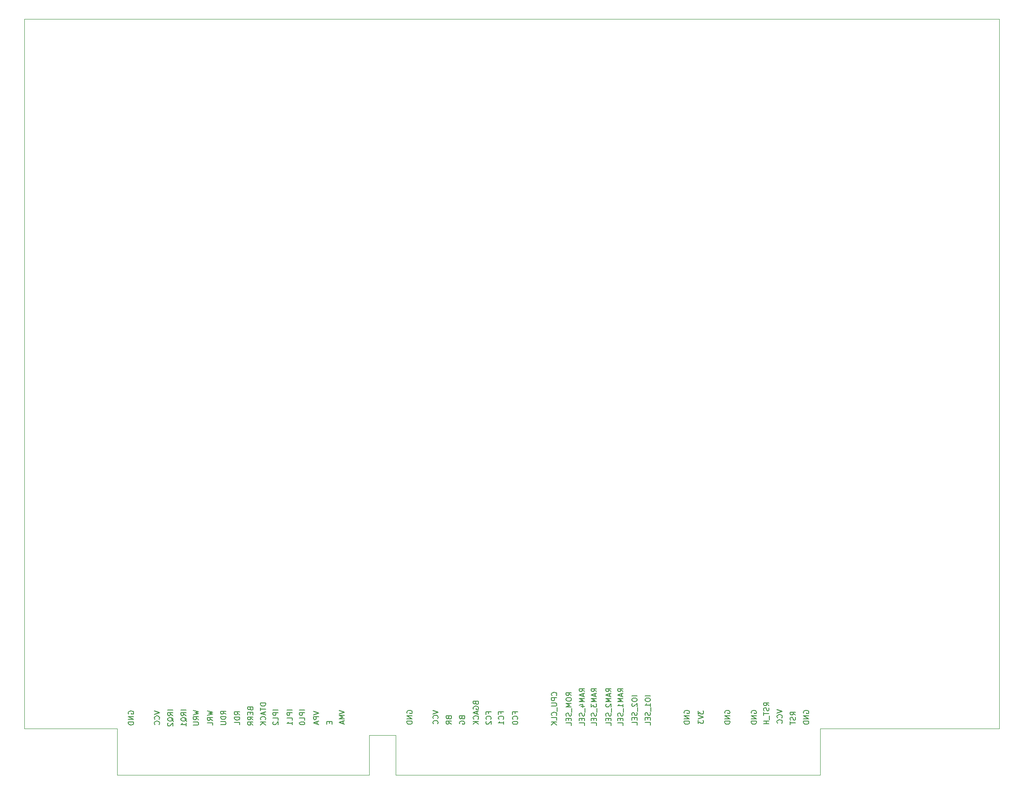
<source format=gbr>
%TF.GenerationSoftware,KiCad,Pcbnew,5.1.6-c6e7f7d~86~ubuntu18.04.1*%
%TF.CreationDate,2020-12-12T09:12:09+08:00*%
%TF.ProjectId,68k_dev,36386b5f-6465-4762-9e6b-696361645f70,rev?*%
%TF.SameCoordinates,Original*%
%TF.FileFunction,Legend,Bot*%
%TF.FilePolarity,Positive*%
%FSLAX46Y46*%
G04 Gerber Fmt 4.6, Leading zero omitted, Abs format (unit mm)*
G04 Created by KiCad (PCBNEW 5.1.6-c6e7f7d~86~ubuntu18.04.1) date 2020-12-12 09:12:09*
%MOMM*%
%LPD*%
G01*
G04 APERTURE LIST*
%ADD10C,0.150000*%
%TA.AperFunction,Profile*%
%ADD11C,0.050000*%
%TD*%
G04 APERTURE END LIST*
D10*
X159075380Y-145486619D02*
X158599190Y-145153285D01*
X159075380Y-144915190D02*
X158075380Y-144915190D01*
X158075380Y-145296142D01*
X158123000Y-145391380D01*
X158170619Y-145439000D01*
X158265857Y-145486619D01*
X158408714Y-145486619D01*
X158503952Y-145439000D01*
X158551571Y-145391380D01*
X158599190Y-145296142D01*
X158599190Y-144915190D01*
X159027761Y-145867571D02*
X159075380Y-146010428D01*
X159075380Y-146248523D01*
X159027761Y-146343761D01*
X158980142Y-146391380D01*
X158884904Y-146439000D01*
X158789666Y-146439000D01*
X158694428Y-146391380D01*
X158646809Y-146343761D01*
X158599190Y-146248523D01*
X158551571Y-146058047D01*
X158503952Y-145962809D01*
X158456333Y-145915190D01*
X158361095Y-145867571D01*
X158265857Y-145867571D01*
X158170619Y-145915190D01*
X158123000Y-145962809D01*
X158075380Y-146058047D01*
X158075380Y-146296142D01*
X158123000Y-146439000D01*
X158075380Y-146724714D02*
X158075380Y-147296142D01*
X159075380Y-147010428D02*
X158075380Y-147010428D01*
X159170619Y-147391380D02*
X159170619Y-148153285D01*
X159075380Y-148391380D02*
X158075380Y-148391380D01*
X158551571Y-148391380D02*
X158551571Y-148962809D01*
X159075380Y-148962809D02*
X158075380Y-148962809D01*
X160615380Y-146240666D02*
X161615380Y-146574000D01*
X160615380Y-146907333D01*
X161520142Y-147812095D02*
X161567761Y-147764476D01*
X161615380Y-147621619D01*
X161615380Y-147526380D01*
X161567761Y-147383523D01*
X161472523Y-147288285D01*
X161377285Y-147240666D01*
X161186809Y-147193047D01*
X161043952Y-147193047D01*
X160853476Y-147240666D01*
X160758238Y-147288285D01*
X160663000Y-147383523D01*
X160615380Y-147526380D01*
X160615380Y-147621619D01*
X160663000Y-147764476D01*
X160710619Y-147812095D01*
X161520142Y-148812095D02*
X161567761Y-148764476D01*
X161615380Y-148621619D01*
X161615380Y-148526380D01*
X161567761Y-148383523D01*
X161472523Y-148288285D01*
X161377285Y-148240666D01*
X161186809Y-148193047D01*
X161043952Y-148193047D01*
X160853476Y-148240666D01*
X160758238Y-148288285D01*
X160663000Y-148383523D01*
X160615380Y-148526380D01*
X160615380Y-148621619D01*
X160663000Y-148764476D01*
X160710619Y-148812095D01*
X164155380Y-147280380D02*
X163679190Y-146947047D01*
X164155380Y-146708952D02*
X163155380Y-146708952D01*
X163155380Y-147089904D01*
X163203000Y-147185142D01*
X163250619Y-147232761D01*
X163345857Y-147280380D01*
X163488714Y-147280380D01*
X163583952Y-147232761D01*
X163631571Y-147185142D01*
X163679190Y-147089904D01*
X163679190Y-146708952D01*
X164107761Y-147661333D02*
X164155380Y-147804190D01*
X164155380Y-148042285D01*
X164107761Y-148137523D01*
X164060142Y-148185142D01*
X163964904Y-148232761D01*
X163869666Y-148232761D01*
X163774428Y-148185142D01*
X163726809Y-148137523D01*
X163679190Y-148042285D01*
X163631571Y-147851809D01*
X163583952Y-147756571D01*
X163536333Y-147708952D01*
X163441095Y-147661333D01*
X163345857Y-147661333D01*
X163250619Y-147708952D01*
X163203000Y-147756571D01*
X163155380Y-147851809D01*
X163155380Y-148089904D01*
X163203000Y-148232761D01*
X163155380Y-148518476D02*
X163155380Y-149089904D01*
X164155380Y-148804190D02*
X163155380Y-148804190D01*
X165743000Y-146939095D02*
X165695380Y-146843857D01*
X165695380Y-146701000D01*
X165743000Y-146558142D01*
X165838238Y-146462904D01*
X165933476Y-146415285D01*
X166123952Y-146367666D01*
X166266809Y-146367666D01*
X166457285Y-146415285D01*
X166552523Y-146462904D01*
X166647761Y-146558142D01*
X166695380Y-146701000D01*
X166695380Y-146796238D01*
X166647761Y-146939095D01*
X166600142Y-146986714D01*
X166266809Y-146986714D01*
X166266809Y-146796238D01*
X166695380Y-147415285D02*
X165695380Y-147415285D01*
X166695380Y-147986714D01*
X165695380Y-147986714D01*
X166695380Y-148462904D02*
X165695380Y-148462904D01*
X165695380Y-148701000D01*
X165743000Y-148843857D01*
X165838238Y-148939095D01*
X165933476Y-148986714D01*
X166123952Y-149034333D01*
X166266809Y-149034333D01*
X166457285Y-148986714D01*
X166552523Y-148939095D01*
X166647761Y-148843857D01*
X166695380Y-148701000D01*
X166695380Y-148462904D01*
X155710000Y-146939095D02*
X155662380Y-146843857D01*
X155662380Y-146701000D01*
X155710000Y-146558142D01*
X155805238Y-146462904D01*
X155900476Y-146415285D01*
X156090952Y-146367666D01*
X156233809Y-146367666D01*
X156424285Y-146415285D01*
X156519523Y-146462904D01*
X156614761Y-146558142D01*
X156662380Y-146701000D01*
X156662380Y-146796238D01*
X156614761Y-146939095D01*
X156567142Y-146986714D01*
X156233809Y-146986714D01*
X156233809Y-146796238D01*
X156662380Y-147415285D02*
X155662380Y-147415285D01*
X156662380Y-147986714D01*
X155662380Y-147986714D01*
X156662380Y-148462904D02*
X155662380Y-148462904D01*
X155662380Y-148701000D01*
X155710000Y-148843857D01*
X155805238Y-148939095D01*
X155900476Y-148986714D01*
X156090952Y-149034333D01*
X156233809Y-149034333D01*
X156424285Y-148986714D01*
X156519523Y-148939095D01*
X156614761Y-148843857D01*
X156662380Y-148701000D01*
X156662380Y-148462904D01*
X150630000Y-146939095D02*
X150582380Y-146843857D01*
X150582380Y-146701000D01*
X150630000Y-146558142D01*
X150725238Y-146462904D01*
X150820476Y-146415285D01*
X151010952Y-146367666D01*
X151153809Y-146367666D01*
X151344285Y-146415285D01*
X151439523Y-146462904D01*
X151534761Y-146558142D01*
X151582380Y-146701000D01*
X151582380Y-146796238D01*
X151534761Y-146939095D01*
X151487142Y-146986714D01*
X151153809Y-146986714D01*
X151153809Y-146796238D01*
X151582380Y-147415285D02*
X150582380Y-147415285D01*
X151582380Y-147986714D01*
X150582380Y-147986714D01*
X151582380Y-148462904D02*
X150582380Y-148462904D01*
X150582380Y-148701000D01*
X150630000Y-148843857D01*
X150725238Y-148939095D01*
X150820476Y-148986714D01*
X151010952Y-149034333D01*
X151153809Y-149034333D01*
X151344285Y-148986714D01*
X151439523Y-148939095D01*
X151534761Y-148843857D01*
X151582380Y-148701000D01*
X151582380Y-148462904D01*
X145502380Y-146462904D02*
X145502380Y-147081952D01*
X145883333Y-146748619D01*
X145883333Y-146891476D01*
X145930952Y-146986714D01*
X145978571Y-147034333D01*
X146073809Y-147081952D01*
X146311904Y-147081952D01*
X146407142Y-147034333D01*
X146454761Y-146986714D01*
X146502380Y-146891476D01*
X146502380Y-146605761D01*
X146454761Y-146510523D01*
X146407142Y-146462904D01*
X145502380Y-147367666D02*
X146502380Y-147701000D01*
X145502380Y-148034333D01*
X145502380Y-148272428D02*
X145502380Y-148891476D01*
X145883333Y-148558142D01*
X145883333Y-148701000D01*
X145930952Y-148796238D01*
X145978571Y-148843857D01*
X146073809Y-148891476D01*
X146311904Y-148891476D01*
X146407142Y-148843857D01*
X146454761Y-148796238D01*
X146502380Y-148701000D01*
X146502380Y-148415285D01*
X146454761Y-148320047D01*
X146407142Y-148272428D01*
X142883000Y-146939095D02*
X142835380Y-146843857D01*
X142835380Y-146701000D01*
X142883000Y-146558142D01*
X142978238Y-146462904D01*
X143073476Y-146415285D01*
X143263952Y-146367666D01*
X143406809Y-146367666D01*
X143597285Y-146415285D01*
X143692523Y-146462904D01*
X143787761Y-146558142D01*
X143835380Y-146701000D01*
X143835380Y-146796238D01*
X143787761Y-146939095D01*
X143740142Y-146986714D01*
X143406809Y-146986714D01*
X143406809Y-146796238D01*
X143835380Y-147415285D02*
X142835380Y-147415285D01*
X143835380Y-147986714D01*
X142835380Y-147986714D01*
X143835380Y-148462904D02*
X142835380Y-148462904D01*
X142835380Y-148701000D01*
X142883000Y-148843857D01*
X142978238Y-148939095D01*
X143073476Y-148986714D01*
X143263952Y-149034333D01*
X143406809Y-149034333D01*
X143597285Y-148986714D01*
X143692523Y-148939095D01*
X143787761Y-148843857D01*
X143835380Y-148701000D01*
X143835380Y-148462904D01*
X136342380Y-143589714D02*
X135342380Y-143589714D01*
X135342380Y-144256380D02*
X135342380Y-144446857D01*
X135390000Y-144542095D01*
X135485238Y-144637333D01*
X135675714Y-144684952D01*
X136009047Y-144684952D01*
X136199523Y-144637333D01*
X136294761Y-144542095D01*
X136342380Y-144446857D01*
X136342380Y-144256380D01*
X136294761Y-144161142D01*
X136199523Y-144065904D01*
X136009047Y-144018285D01*
X135675714Y-144018285D01*
X135485238Y-144065904D01*
X135390000Y-144161142D01*
X135342380Y-144256380D01*
X136342380Y-145637333D02*
X136342380Y-145065904D01*
X136342380Y-145351619D02*
X135342380Y-145351619D01*
X135485238Y-145256380D01*
X135580476Y-145161142D01*
X135628095Y-145065904D01*
X136437619Y-145827809D02*
X136437619Y-146589714D01*
X136294761Y-146780190D02*
X136342380Y-146923047D01*
X136342380Y-147161142D01*
X136294761Y-147256380D01*
X136247142Y-147304000D01*
X136151904Y-147351619D01*
X136056666Y-147351619D01*
X135961428Y-147304000D01*
X135913809Y-147256380D01*
X135866190Y-147161142D01*
X135818571Y-146970666D01*
X135770952Y-146875428D01*
X135723333Y-146827809D01*
X135628095Y-146780190D01*
X135532857Y-146780190D01*
X135437619Y-146827809D01*
X135390000Y-146875428D01*
X135342380Y-146970666D01*
X135342380Y-147208761D01*
X135390000Y-147351619D01*
X135818571Y-147780190D02*
X135818571Y-148113523D01*
X136342380Y-148256380D02*
X136342380Y-147780190D01*
X135342380Y-147780190D01*
X135342380Y-148256380D01*
X136342380Y-149161142D02*
X136342380Y-148684952D01*
X135342380Y-148684952D01*
X133802380Y-143589714D02*
X132802380Y-143589714D01*
X132802380Y-144256380D02*
X132802380Y-144446857D01*
X132850000Y-144542095D01*
X132945238Y-144637333D01*
X133135714Y-144684952D01*
X133469047Y-144684952D01*
X133659523Y-144637333D01*
X133754761Y-144542095D01*
X133802380Y-144446857D01*
X133802380Y-144256380D01*
X133754761Y-144161142D01*
X133659523Y-144065904D01*
X133469047Y-144018285D01*
X133135714Y-144018285D01*
X132945238Y-144065904D01*
X132850000Y-144161142D01*
X132802380Y-144256380D01*
X132897619Y-145065904D02*
X132850000Y-145113523D01*
X132802380Y-145208761D01*
X132802380Y-145446857D01*
X132850000Y-145542095D01*
X132897619Y-145589714D01*
X132992857Y-145637333D01*
X133088095Y-145637333D01*
X133230952Y-145589714D01*
X133802380Y-145018285D01*
X133802380Y-145637333D01*
X133897619Y-145827809D02*
X133897619Y-146589714D01*
X133754761Y-146780190D02*
X133802380Y-146923047D01*
X133802380Y-147161142D01*
X133754761Y-147256380D01*
X133707142Y-147304000D01*
X133611904Y-147351619D01*
X133516666Y-147351619D01*
X133421428Y-147304000D01*
X133373809Y-147256380D01*
X133326190Y-147161142D01*
X133278571Y-146970666D01*
X133230952Y-146875428D01*
X133183333Y-146827809D01*
X133088095Y-146780190D01*
X132992857Y-146780190D01*
X132897619Y-146827809D01*
X132850000Y-146875428D01*
X132802380Y-146970666D01*
X132802380Y-147208761D01*
X132850000Y-147351619D01*
X133278571Y-147780190D02*
X133278571Y-148113523D01*
X133802380Y-148256380D02*
X133802380Y-147780190D01*
X132802380Y-147780190D01*
X132802380Y-148256380D01*
X133802380Y-149161142D02*
X133802380Y-148684952D01*
X132802380Y-148684952D01*
X131135380Y-142788047D02*
X130659190Y-142454714D01*
X131135380Y-142216619D02*
X130135380Y-142216619D01*
X130135380Y-142597571D01*
X130183000Y-142692809D01*
X130230619Y-142740428D01*
X130325857Y-142788047D01*
X130468714Y-142788047D01*
X130563952Y-142740428D01*
X130611571Y-142692809D01*
X130659190Y-142597571D01*
X130659190Y-142216619D01*
X130849666Y-143169000D02*
X130849666Y-143645190D01*
X131135380Y-143073761D02*
X130135380Y-143407095D01*
X131135380Y-143740428D01*
X131135380Y-144073761D02*
X130135380Y-144073761D01*
X130849666Y-144407095D01*
X130135380Y-144740428D01*
X131135380Y-144740428D01*
X131135380Y-145740428D02*
X131135380Y-145169000D01*
X131135380Y-145454714D02*
X130135380Y-145454714D01*
X130278238Y-145359476D01*
X130373476Y-145264238D01*
X130421095Y-145169000D01*
X131230619Y-145930904D02*
X131230619Y-146692809D01*
X131087761Y-146883285D02*
X131135380Y-147026142D01*
X131135380Y-147264238D01*
X131087761Y-147359476D01*
X131040142Y-147407095D01*
X130944904Y-147454714D01*
X130849666Y-147454714D01*
X130754428Y-147407095D01*
X130706809Y-147359476D01*
X130659190Y-147264238D01*
X130611571Y-147073761D01*
X130563952Y-146978523D01*
X130516333Y-146930904D01*
X130421095Y-146883285D01*
X130325857Y-146883285D01*
X130230619Y-146930904D01*
X130183000Y-146978523D01*
X130135380Y-147073761D01*
X130135380Y-147311857D01*
X130183000Y-147454714D01*
X130611571Y-147883285D02*
X130611571Y-148216619D01*
X131135380Y-148359476D02*
X131135380Y-147883285D01*
X130135380Y-147883285D01*
X130135380Y-148359476D01*
X131135380Y-149264238D02*
X131135380Y-148788047D01*
X130135380Y-148788047D01*
X128849380Y-142788047D02*
X128373190Y-142454714D01*
X128849380Y-142216619D02*
X127849380Y-142216619D01*
X127849380Y-142597571D01*
X127897000Y-142692809D01*
X127944619Y-142740428D01*
X128039857Y-142788047D01*
X128182714Y-142788047D01*
X128277952Y-142740428D01*
X128325571Y-142692809D01*
X128373190Y-142597571D01*
X128373190Y-142216619D01*
X128563666Y-143169000D02*
X128563666Y-143645190D01*
X128849380Y-143073761D02*
X127849380Y-143407095D01*
X128849380Y-143740428D01*
X128849380Y-144073761D02*
X127849380Y-144073761D01*
X128563666Y-144407095D01*
X127849380Y-144740428D01*
X128849380Y-144740428D01*
X127944619Y-145169000D02*
X127897000Y-145216619D01*
X127849380Y-145311857D01*
X127849380Y-145549952D01*
X127897000Y-145645190D01*
X127944619Y-145692809D01*
X128039857Y-145740428D01*
X128135095Y-145740428D01*
X128277952Y-145692809D01*
X128849380Y-145121380D01*
X128849380Y-145740428D01*
X128944619Y-145930904D02*
X128944619Y-146692809D01*
X128801761Y-146883285D02*
X128849380Y-147026142D01*
X128849380Y-147264238D01*
X128801761Y-147359476D01*
X128754142Y-147407095D01*
X128658904Y-147454714D01*
X128563666Y-147454714D01*
X128468428Y-147407095D01*
X128420809Y-147359476D01*
X128373190Y-147264238D01*
X128325571Y-147073761D01*
X128277952Y-146978523D01*
X128230333Y-146930904D01*
X128135095Y-146883285D01*
X128039857Y-146883285D01*
X127944619Y-146930904D01*
X127897000Y-146978523D01*
X127849380Y-147073761D01*
X127849380Y-147311857D01*
X127897000Y-147454714D01*
X128325571Y-147883285D02*
X128325571Y-148216619D01*
X128849380Y-148359476D02*
X128849380Y-147883285D01*
X127849380Y-147883285D01*
X127849380Y-148359476D01*
X128849380Y-149264238D02*
X128849380Y-148788047D01*
X127849380Y-148788047D01*
X126055380Y-142788047D02*
X125579190Y-142454714D01*
X126055380Y-142216619D02*
X125055380Y-142216619D01*
X125055380Y-142597571D01*
X125103000Y-142692809D01*
X125150619Y-142740428D01*
X125245857Y-142788047D01*
X125388714Y-142788047D01*
X125483952Y-142740428D01*
X125531571Y-142692809D01*
X125579190Y-142597571D01*
X125579190Y-142216619D01*
X125769666Y-143169000D02*
X125769666Y-143645190D01*
X126055380Y-143073761D02*
X125055380Y-143407095D01*
X126055380Y-143740428D01*
X126055380Y-144073761D02*
X125055380Y-144073761D01*
X125769666Y-144407095D01*
X125055380Y-144740428D01*
X126055380Y-144740428D01*
X125055380Y-145121380D02*
X125055380Y-145740428D01*
X125436333Y-145407095D01*
X125436333Y-145549952D01*
X125483952Y-145645190D01*
X125531571Y-145692809D01*
X125626809Y-145740428D01*
X125864904Y-145740428D01*
X125960142Y-145692809D01*
X126007761Y-145645190D01*
X126055380Y-145549952D01*
X126055380Y-145264238D01*
X126007761Y-145169000D01*
X125960142Y-145121380D01*
X126150619Y-145930904D02*
X126150619Y-146692809D01*
X126007761Y-146883285D02*
X126055380Y-147026142D01*
X126055380Y-147264238D01*
X126007761Y-147359476D01*
X125960142Y-147407095D01*
X125864904Y-147454714D01*
X125769666Y-147454714D01*
X125674428Y-147407095D01*
X125626809Y-147359476D01*
X125579190Y-147264238D01*
X125531571Y-147073761D01*
X125483952Y-146978523D01*
X125436333Y-146930904D01*
X125341095Y-146883285D01*
X125245857Y-146883285D01*
X125150619Y-146930904D01*
X125103000Y-146978523D01*
X125055380Y-147073761D01*
X125055380Y-147311857D01*
X125103000Y-147454714D01*
X125531571Y-147883285D02*
X125531571Y-148216619D01*
X126055380Y-148359476D02*
X126055380Y-147883285D01*
X125055380Y-147883285D01*
X125055380Y-148359476D01*
X126055380Y-149264238D02*
X126055380Y-148788047D01*
X125055380Y-148788047D01*
X123769380Y-142788047D02*
X123293190Y-142454714D01*
X123769380Y-142216619D02*
X122769380Y-142216619D01*
X122769380Y-142597571D01*
X122817000Y-142692809D01*
X122864619Y-142740428D01*
X122959857Y-142788047D01*
X123102714Y-142788047D01*
X123197952Y-142740428D01*
X123245571Y-142692809D01*
X123293190Y-142597571D01*
X123293190Y-142216619D01*
X123483666Y-143169000D02*
X123483666Y-143645190D01*
X123769380Y-143073761D02*
X122769380Y-143407095D01*
X123769380Y-143740428D01*
X123769380Y-144073761D02*
X122769380Y-144073761D01*
X123483666Y-144407095D01*
X122769380Y-144740428D01*
X123769380Y-144740428D01*
X123102714Y-145645190D02*
X123769380Y-145645190D01*
X122721761Y-145407095D02*
X123436047Y-145169000D01*
X123436047Y-145788047D01*
X123864619Y-145930904D02*
X123864619Y-146692809D01*
X123721761Y-146883285D02*
X123769380Y-147026142D01*
X123769380Y-147264238D01*
X123721761Y-147359476D01*
X123674142Y-147407095D01*
X123578904Y-147454714D01*
X123483666Y-147454714D01*
X123388428Y-147407095D01*
X123340809Y-147359476D01*
X123293190Y-147264238D01*
X123245571Y-147073761D01*
X123197952Y-146978523D01*
X123150333Y-146930904D01*
X123055095Y-146883285D01*
X122959857Y-146883285D01*
X122864619Y-146930904D01*
X122817000Y-146978523D01*
X122769380Y-147073761D01*
X122769380Y-147311857D01*
X122817000Y-147454714D01*
X123245571Y-147883285D02*
X123245571Y-148216619D01*
X123769380Y-148359476D02*
X123769380Y-147883285D01*
X122769380Y-147883285D01*
X122769380Y-148359476D01*
X123769380Y-149264238D02*
X123769380Y-148788047D01*
X122769380Y-148788047D01*
X121229380Y-143550000D02*
X120753190Y-143216666D01*
X121229380Y-142978571D02*
X120229380Y-142978571D01*
X120229380Y-143359523D01*
X120277000Y-143454761D01*
X120324619Y-143502380D01*
X120419857Y-143550000D01*
X120562714Y-143550000D01*
X120657952Y-143502380D01*
X120705571Y-143454761D01*
X120753190Y-143359523D01*
X120753190Y-142978571D01*
X120229380Y-144169047D02*
X120229380Y-144359523D01*
X120277000Y-144454761D01*
X120372238Y-144550000D01*
X120562714Y-144597619D01*
X120896047Y-144597619D01*
X121086523Y-144550000D01*
X121181761Y-144454761D01*
X121229380Y-144359523D01*
X121229380Y-144169047D01*
X121181761Y-144073809D01*
X121086523Y-143978571D01*
X120896047Y-143930952D01*
X120562714Y-143930952D01*
X120372238Y-143978571D01*
X120277000Y-144073809D01*
X120229380Y-144169047D01*
X121229380Y-145026190D02*
X120229380Y-145026190D01*
X120943666Y-145359523D01*
X120229380Y-145692857D01*
X121229380Y-145692857D01*
X121324619Y-145930952D02*
X121324619Y-146692857D01*
X121181761Y-146883333D02*
X121229380Y-147026190D01*
X121229380Y-147264285D01*
X121181761Y-147359523D01*
X121134142Y-147407142D01*
X121038904Y-147454761D01*
X120943666Y-147454761D01*
X120848428Y-147407142D01*
X120800809Y-147359523D01*
X120753190Y-147264285D01*
X120705571Y-147073809D01*
X120657952Y-146978571D01*
X120610333Y-146930952D01*
X120515095Y-146883333D01*
X120419857Y-146883333D01*
X120324619Y-146930952D01*
X120277000Y-146978571D01*
X120229380Y-147073809D01*
X120229380Y-147311904D01*
X120277000Y-147454761D01*
X120705571Y-147883333D02*
X120705571Y-148216666D01*
X121229380Y-148359523D02*
X121229380Y-147883333D01*
X120229380Y-147883333D01*
X120229380Y-148359523D01*
X121229380Y-149264285D02*
X121229380Y-148788095D01*
X120229380Y-148788095D01*
X118340142Y-143550000D02*
X118387761Y-143502380D01*
X118435380Y-143359523D01*
X118435380Y-143264285D01*
X118387761Y-143121428D01*
X118292523Y-143026190D01*
X118197285Y-142978571D01*
X118006809Y-142930952D01*
X117863952Y-142930952D01*
X117673476Y-142978571D01*
X117578238Y-143026190D01*
X117483000Y-143121428D01*
X117435380Y-143264285D01*
X117435380Y-143359523D01*
X117483000Y-143502380D01*
X117530619Y-143550000D01*
X118435380Y-143978571D02*
X117435380Y-143978571D01*
X117435380Y-144359523D01*
X117483000Y-144454761D01*
X117530619Y-144502380D01*
X117625857Y-144550000D01*
X117768714Y-144550000D01*
X117863952Y-144502380D01*
X117911571Y-144454761D01*
X117959190Y-144359523D01*
X117959190Y-143978571D01*
X117435380Y-144978571D02*
X118244904Y-144978571D01*
X118340142Y-145026190D01*
X118387761Y-145073809D01*
X118435380Y-145169047D01*
X118435380Y-145359523D01*
X118387761Y-145454761D01*
X118340142Y-145502380D01*
X118244904Y-145550000D01*
X117435380Y-145550000D01*
X118530619Y-145788095D02*
X118530619Y-146550000D01*
X118340142Y-147359523D02*
X118387761Y-147311904D01*
X118435380Y-147169047D01*
X118435380Y-147073809D01*
X118387761Y-146930952D01*
X118292523Y-146835714D01*
X118197285Y-146788095D01*
X118006809Y-146740476D01*
X117863952Y-146740476D01*
X117673476Y-146788095D01*
X117578238Y-146835714D01*
X117483000Y-146930952D01*
X117435380Y-147073809D01*
X117435380Y-147169047D01*
X117483000Y-147311904D01*
X117530619Y-147359523D01*
X118435380Y-148264285D02*
X118435380Y-147788095D01*
X117435380Y-147788095D01*
X118435380Y-148597619D02*
X117435380Y-148597619D01*
X118435380Y-149169047D02*
X117863952Y-148740476D01*
X117435380Y-149169047D02*
X118006809Y-148597619D01*
X110418571Y-146994666D02*
X110418571Y-146661333D01*
X110942380Y-146661333D02*
X109942380Y-146661333D01*
X109942380Y-147137523D01*
X110847142Y-148089904D02*
X110894761Y-148042285D01*
X110942380Y-147899428D01*
X110942380Y-147804190D01*
X110894761Y-147661333D01*
X110799523Y-147566095D01*
X110704285Y-147518476D01*
X110513809Y-147470857D01*
X110370952Y-147470857D01*
X110180476Y-147518476D01*
X110085238Y-147566095D01*
X109990000Y-147661333D01*
X109942380Y-147804190D01*
X109942380Y-147899428D01*
X109990000Y-148042285D01*
X110037619Y-148089904D01*
X109942380Y-148708952D02*
X109942380Y-148804190D01*
X109990000Y-148899428D01*
X110037619Y-148947047D01*
X110132857Y-148994666D01*
X110323333Y-149042285D01*
X110561428Y-149042285D01*
X110751904Y-148994666D01*
X110847142Y-148947047D01*
X110894761Y-148899428D01*
X110942380Y-148804190D01*
X110942380Y-148708952D01*
X110894761Y-148613714D01*
X110847142Y-148566095D01*
X110751904Y-148518476D01*
X110561428Y-148470857D01*
X110323333Y-148470857D01*
X110132857Y-148518476D01*
X110037619Y-148566095D01*
X109990000Y-148613714D01*
X109942380Y-148708952D01*
X107751571Y-146994666D02*
X107751571Y-146661333D01*
X108275380Y-146661333D02*
X107275380Y-146661333D01*
X107275380Y-147137523D01*
X108180142Y-148089904D02*
X108227761Y-148042285D01*
X108275380Y-147899428D01*
X108275380Y-147804190D01*
X108227761Y-147661333D01*
X108132523Y-147566095D01*
X108037285Y-147518476D01*
X107846809Y-147470857D01*
X107703952Y-147470857D01*
X107513476Y-147518476D01*
X107418238Y-147566095D01*
X107323000Y-147661333D01*
X107275380Y-147804190D01*
X107275380Y-147899428D01*
X107323000Y-148042285D01*
X107370619Y-148089904D01*
X108275380Y-149042285D02*
X108275380Y-148470857D01*
X108275380Y-148756571D02*
X107275380Y-148756571D01*
X107418238Y-148661333D01*
X107513476Y-148566095D01*
X107561095Y-148470857D01*
X105338571Y-146994666D02*
X105338571Y-146661333D01*
X105862380Y-146661333D02*
X104862380Y-146661333D01*
X104862380Y-147137523D01*
X105767142Y-148089904D02*
X105814761Y-148042285D01*
X105862380Y-147899428D01*
X105862380Y-147804190D01*
X105814761Y-147661333D01*
X105719523Y-147566095D01*
X105624285Y-147518476D01*
X105433809Y-147470857D01*
X105290952Y-147470857D01*
X105100476Y-147518476D01*
X105005238Y-147566095D01*
X104910000Y-147661333D01*
X104862380Y-147804190D01*
X104862380Y-147899428D01*
X104910000Y-148042285D01*
X104957619Y-148089904D01*
X104957619Y-148470857D02*
X104910000Y-148518476D01*
X104862380Y-148613714D01*
X104862380Y-148851809D01*
X104910000Y-148947047D01*
X104957619Y-148994666D01*
X105052857Y-149042285D01*
X105148095Y-149042285D01*
X105290952Y-148994666D01*
X105862380Y-148423238D01*
X105862380Y-149042285D01*
X102925571Y-144954857D02*
X102973190Y-145097714D01*
X103020809Y-145145333D01*
X103116047Y-145192952D01*
X103258904Y-145192952D01*
X103354142Y-145145333D01*
X103401761Y-145097714D01*
X103449380Y-145002476D01*
X103449380Y-144621523D01*
X102449380Y-144621523D01*
X102449380Y-144954857D01*
X102497000Y-145050095D01*
X102544619Y-145097714D01*
X102639857Y-145145333D01*
X102735095Y-145145333D01*
X102830333Y-145097714D01*
X102877952Y-145050095D01*
X102925571Y-144954857D01*
X102925571Y-144621523D01*
X102497000Y-146145333D02*
X102449380Y-146050095D01*
X102449380Y-145907238D01*
X102497000Y-145764380D01*
X102592238Y-145669142D01*
X102687476Y-145621523D01*
X102877952Y-145573904D01*
X103020809Y-145573904D01*
X103211285Y-145621523D01*
X103306523Y-145669142D01*
X103401761Y-145764380D01*
X103449380Y-145907238D01*
X103449380Y-146002476D01*
X103401761Y-146145333D01*
X103354142Y-146192952D01*
X103020809Y-146192952D01*
X103020809Y-146002476D01*
X103163666Y-146573904D02*
X103163666Y-147050095D01*
X103449380Y-146478666D02*
X102449380Y-146812000D01*
X103449380Y-147145333D01*
X103354142Y-148050095D02*
X103401761Y-148002476D01*
X103449380Y-147859619D01*
X103449380Y-147764380D01*
X103401761Y-147621523D01*
X103306523Y-147526285D01*
X103211285Y-147478666D01*
X103020809Y-147431047D01*
X102877952Y-147431047D01*
X102687476Y-147478666D01*
X102592238Y-147526285D01*
X102497000Y-147621523D01*
X102449380Y-147764380D01*
X102449380Y-147859619D01*
X102497000Y-148002476D01*
X102544619Y-148050095D01*
X103449380Y-148478666D02*
X102449380Y-148478666D01*
X103449380Y-149050095D02*
X102877952Y-148621523D01*
X102449380Y-149050095D02*
X103020809Y-148478666D01*
X100258571Y-147780428D02*
X100306190Y-147923285D01*
X100353809Y-147970904D01*
X100449047Y-148018523D01*
X100591904Y-148018523D01*
X100687142Y-147970904D01*
X100734761Y-147923285D01*
X100782380Y-147828047D01*
X100782380Y-147447095D01*
X99782380Y-147447095D01*
X99782380Y-147780428D01*
X99830000Y-147875666D01*
X99877619Y-147923285D01*
X99972857Y-147970904D01*
X100068095Y-147970904D01*
X100163333Y-147923285D01*
X100210952Y-147875666D01*
X100258571Y-147780428D01*
X100258571Y-147447095D01*
X99830000Y-148970904D02*
X99782380Y-148875666D01*
X99782380Y-148732809D01*
X99830000Y-148589952D01*
X99925238Y-148494714D01*
X100020476Y-148447095D01*
X100210952Y-148399476D01*
X100353809Y-148399476D01*
X100544285Y-148447095D01*
X100639523Y-148494714D01*
X100734761Y-148589952D01*
X100782380Y-148732809D01*
X100782380Y-148828047D01*
X100734761Y-148970904D01*
X100687142Y-149018523D01*
X100353809Y-149018523D01*
X100353809Y-148828047D01*
X97718571Y-147780428D02*
X97766190Y-147923285D01*
X97813809Y-147970904D01*
X97909047Y-148018523D01*
X98051904Y-148018523D01*
X98147142Y-147970904D01*
X98194761Y-147923285D01*
X98242380Y-147828047D01*
X98242380Y-147447095D01*
X97242380Y-147447095D01*
X97242380Y-147780428D01*
X97290000Y-147875666D01*
X97337619Y-147923285D01*
X97432857Y-147970904D01*
X97528095Y-147970904D01*
X97623333Y-147923285D01*
X97670952Y-147875666D01*
X97718571Y-147780428D01*
X97718571Y-147447095D01*
X98242380Y-149018523D02*
X97766190Y-148685190D01*
X98242380Y-148447095D02*
X97242380Y-148447095D01*
X97242380Y-148828047D01*
X97290000Y-148923285D01*
X97337619Y-148970904D01*
X97432857Y-149018523D01*
X97575714Y-149018523D01*
X97670952Y-148970904D01*
X97718571Y-148923285D01*
X97766190Y-148828047D01*
X97766190Y-148447095D01*
X94702380Y-146367666D02*
X95702380Y-146701000D01*
X94702380Y-147034333D01*
X95607142Y-147939095D02*
X95654761Y-147891476D01*
X95702380Y-147748619D01*
X95702380Y-147653380D01*
X95654761Y-147510523D01*
X95559523Y-147415285D01*
X95464285Y-147367666D01*
X95273809Y-147320047D01*
X95130952Y-147320047D01*
X94940476Y-147367666D01*
X94845238Y-147415285D01*
X94750000Y-147510523D01*
X94702380Y-147653380D01*
X94702380Y-147748619D01*
X94750000Y-147891476D01*
X94797619Y-147939095D01*
X95607142Y-148939095D02*
X95654761Y-148891476D01*
X95702380Y-148748619D01*
X95702380Y-148653380D01*
X95654761Y-148510523D01*
X95559523Y-148415285D01*
X95464285Y-148367666D01*
X95273809Y-148320047D01*
X95130952Y-148320047D01*
X94940476Y-148367666D01*
X94845238Y-148415285D01*
X94750000Y-148510523D01*
X94702380Y-148653380D01*
X94702380Y-148748619D01*
X94750000Y-148891476D01*
X94797619Y-148939095D01*
X89797000Y-146939095D02*
X89749380Y-146843857D01*
X89749380Y-146701000D01*
X89797000Y-146558142D01*
X89892238Y-146462904D01*
X89987476Y-146415285D01*
X90177952Y-146367666D01*
X90320809Y-146367666D01*
X90511285Y-146415285D01*
X90606523Y-146462904D01*
X90701761Y-146558142D01*
X90749380Y-146701000D01*
X90749380Y-146796238D01*
X90701761Y-146939095D01*
X90654142Y-146986714D01*
X90320809Y-146986714D01*
X90320809Y-146796238D01*
X90749380Y-147415285D02*
X89749380Y-147415285D01*
X90749380Y-147986714D01*
X89749380Y-147986714D01*
X90749380Y-148462904D02*
X89749380Y-148462904D01*
X89749380Y-148701000D01*
X89797000Y-148843857D01*
X89892238Y-148939095D01*
X89987476Y-148986714D01*
X90177952Y-149034333D01*
X90320809Y-149034333D01*
X90511285Y-148986714D01*
X90606523Y-148939095D01*
X90701761Y-148843857D01*
X90749380Y-148701000D01*
X90749380Y-148462904D01*
X76795380Y-146367666D02*
X77795380Y-146701000D01*
X76795380Y-147034333D01*
X77795380Y-147367666D02*
X76795380Y-147367666D01*
X77509666Y-147701000D01*
X76795380Y-148034333D01*
X77795380Y-148034333D01*
X77509666Y-148462904D02*
X77509666Y-148939095D01*
X77795380Y-148367666D02*
X76795380Y-148701000D01*
X77795380Y-149034333D01*
X74858571Y-148502714D02*
X74858571Y-148836047D01*
X75382380Y-148978904D02*
X75382380Y-148502714D01*
X74382380Y-148502714D01*
X74382380Y-148978904D01*
X71842380Y-146566095D02*
X72842380Y-146899428D01*
X71842380Y-147232761D01*
X72842380Y-147566095D02*
X71842380Y-147566095D01*
X71842380Y-147947047D01*
X71890000Y-148042285D01*
X71937619Y-148089904D01*
X72032857Y-148137523D01*
X72175714Y-148137523D01*
X72270952Y-148089904D01*
X72318571Y-148042285D01*
X72366190Y-147947047D01*
X72366190Y-147566095D01*
X72556666Y-148518476D02*
X72556666Y-148994666D01*
X72842380Y-148423238D02*
X71842380Y-148756571D01*
X72842380Y-149089904D01*
X70175380Y-146320047D02*
X69175380Y-146320047D01*
X70175380Y-146796238D02*
X69175380Y-146796238D01*
X69175380Y-147177190D01*
X69223000Y-147272428D01*
X69270619Y-147320047D01*
X69365857Y-147367666D01*
X69508714Y-147367666D01*
X69603952Y-147320047D01*
X69651571Y-147272428D01*
X69699190Y-147177190D01*
X69699190Y-146796238D01*
X70175380Y-148272428D02*
X70175380Y-147796238D01*
X69175380Y-147796238D01*
X69175380Y-148796238D02*
X69175380Y-148891476D01*
X69223000Y-148986714D01*
X69270619Y-149034333D01*
X69365857Y-149081952D01*
X69556333Y-149129571D01*
X69794428Y-149129571D01*
X69984904Y-149081952D01*
X70080142Y-149034333D01*
X70127761Y-148986714D01*
X70175380Y-148891476D01*
X70175380Y-148796238D01*
X70127761Y-148701000D01*
X70080142Y-148653380D01*
X69984904Y-148605761D01*
X69794428Y-148558142D01*
X69556333Y-148558142D01*
X69365857Y-148605761D01*
X69270619Y-148653380D01*
X69223000Y-148701000D01*
X69175380Y-148796238D01*
X67762380Y-146320047D02*
X66762380Y-146320047D01*
X67762380Y-146796238D02*
X66762380Y-146796238D01*
X66762380Y-147177190D01*
X66810000Y-147272428D01*
X66857619Y-147320047D01*
X66952857Y-147367666D01*
X67095714Y-147367666D01*
X67190952Y-147320047D01*
X67238571Y-147272428D01*
X67286190Y-147177190D01*
X67286190Y-146796238D01*
X67762380Y-148272428D02*
X67762380Y-147796238D01*
X66762380Y-147796238D01*
X67762380Y-149129571D02*
X67762380Y-148558142D01*
X67762380Y-148843857D02*
X66762380Y-148843857D01*
X66905238Y-148748619D01*
X67000476Y-148653380D01*
X67048095Y-148558142D01*
X65095380Y-146320047D02*
X64095380Y-146320047D01*
X65095380Y-146796238D02*
X64095380Y-146796238D01*
X64095380Y-147177190D01*
X64143000Y-147272428D01*
X64190619Y-147320047D01*
X64285857Y-147367666D01*
X64428714Y-147367666D01*
X64523952Y-147320047D01*
X64571571Y-147272428D01*
X64619190Y-147177190D01*
X64619190Y-146796238D01*
X65095380Y-148272428D02*
X65095380Y-147796238D01*
X64095380Y-147796238D01*
X64190619Y-148558142D02*
X64143000Y-148605761D01*
X64095380Y-148701000D01*
X64095380Y-148939095D01*
X64143000Y-149034333D01*
X64190619Y-149081952D01*
X64285857Y-149129571D01*
X64381095Y-149129571D01*
X64523952Y-149081952D01*
X65095380Y-148510523D01*
X65095380Y-149129571D01*
X62682380Y-144994571D02*
X61682380Y-144994571D01*
X61682380Y-145232666D01*
X61730000Y-145375523D01*
X61825238Y-145470761D01*
X61920476Y-145518380D01*
X62110952Y-145566000D01*
X62253809Y-145566000D01*
X62444285Y-145518380D01*
X62539523Y-145470761D01*
X62634761Y-145375523D01*
X62682380Y-145232666D01*
X62682380Y-144994571D01*
X61682380Y-145851714D02*
X61682380Y-146423142D01*
X62682380Y-146137428D02*
X61682380Y-146137428D01*
X62396666Y-146708857D02*
X62396666Y-147185047D01*
X62682380Y-146613619D02*
X61682380Y-146946952D01*
X62682380Y-147280285D01*
X62587142Y-148185047D02*
X62634761Y-148137428D01*
X62682380Y-147994571D01*
X62682380Y-147899333D01*
X62634761Y-147756476D01*
X62539523Y-147661238D01*
X62444285Y-147613619D01*
X62253809Y-147566000D01*
X62110952Y-147566000D01*
X61920476Y-147613619D01*
X61825238Y-147661238D01*
X61730000Y-147756476D01*
X61682380Y-147899333D01*
X61682380Y-147994571D01*
X61730000Y-148137428D01*
X61777619Y-148185047D01*
X62682380Y-148613619D02*
X61682380Y-148613619D01*
X62682380Y-149185047D02*
X62110952Y-148756476D01*
X61682380Y-149185047D02*
X62253809Y-148613619D01*
X59745571Y-146066047D02*
X59793190Y-146208904D01*
X59840809Y-146256523D01*
X59936047Y-146304142D01*
X60078904Y-146304142D01*
X60174142Y-146256523D01*
X60221761Y-146208904D01*
X60269380Y-146113666D01*
X60269380Y-145732714D01*
X59269380Y-145732714D01*
X59269380Y-146066047D01*
X59317000Y-146161285D01*
X59364619Y-146208904D01*
X59459857Y-146256523D01*
X59555095Y-146256523D01*
X59650333Y-146208904D01*
X59697952Y-146161285D01*
X59745571Y-146066047D01*
X59745571Y-145732714D01*
X59745571Y-146732714D02*
X59745571Y-147066047D01*
X60269380Y-147208904D02*
X60269380Y-146732714D01*
X59269380Y-146732714D01*
X59269380Y-147208904D01*
X60269380Y-148208904D02*
X59793190Y-147875571D01*
X60269380Y-147637476D02*
X59269380Y-147637476D01*
X59269380Y-148018428D01*
X59317000Y-148113666D01*
X59364619Y-148161285D01*
X59459857Y-148208904D01*
X59602714Y-148208904D01*
X59697952Y-148161285D01*
X59745571Y-148113666D01*
X59793190Y-148018428D01*
X59793190Y-147637476D01*
X60269380Y-149208904D02*
X59793190Y-148875571D01*
X60269380Y-148637476D02*
X59269380Y-148637476D01*
X59269380Y-149018428D01*
X59317000Y-149113666D01*
X59364619Y-149161285D01*
X59459857Y-149208904D01*
X59602714Y-149208904D01*
X59697952Y-149161285D01*
X59745571Y-149113666D01*
X59793190Y-149018428D01*
X59793190Y-148637476D01*
X57729380Y-147232761D02*
X57253190Y-146899428D01*
X57729380Y-146661333D02*
X56729380Y-146661333D01*
X56729380Y-147042285D01*
X56777000Y-147137523D01*
X56824619Y-147185142D01*
X56919857Y-147232761D01*
X57062714Y-147232761D01*
X57157952Y-147185142D01*
X57205571Y-147137523D01*
X57253190Y-147042285D01*
X57253190Y-146661333D01*
X57729380Y-147661333D02*
X56729380Y-147661333D01*
X56729380Y-147899428D01*
X56777000Y-148042285D01*
X56872238Y-148137523D01*
X56967476Y-148185142D01*
X57157952Y-148232761D01*
X57300809Y-148232761D01*
X57491285Y-148185142D01*
X57586523Y-148137523D01*
X57681761Y-148042285D01*
X57729380Y-147899428D01*
X57729380Y-147661333D01*
X57729380Y-149137523D02*
X57729380Y-148661333D01*
X56729380Y-148661333D01*
X55062380Y-147113714D02*
X54586190Y-146780380D01*
X55062380Y-146542285D02*
X54062380Y-146542285D01*
X54062380Y-146923238D01*
X54110000Y-147018476D01*
X54157619Y-147066095D01*
X54252857Y-147113714D01*
X54395714Y-147113714D01*
X54490952Y-147066095D01*
X54538571Y-147018476D01*
X54586190Y-146923238D01*
X54586190Y-146542285D01*
X55062380Y-147542285D02*
X54062380Y-147542285D01*
X54062380Y-147780380D01*
X54110000Y-147923238D01*
X54205238Y-148018476D01*
X54300476Y-148066095D01*
X54490952Y-148113714D01*
X54633809Y-148113714D01*
X54824285Y-148066095D01*
X54919523Y-148018476D01*
X55014761Y-147923238D01*
X55062380Y-147780380D01*
X55062380Y-147542285D01*
X54062380Y-148542285D02*
X54871904Y-148542285D01*
X54967142Y-148589904D01*
X55014761Y-148637523D01*
X55062380Y-148732761D01*
X55062380Y-148923238D01*
X55014761Y-149018476D01*
X54967142Y-149066095D01*
X54871904Y-149113714D01*
X54062380Y-149113714D01*
X51522380Y-146494666D02*
X52522380Y-146732761D01*
X51808095Y-146923238D01*
X52522380Y-147113714D01*
X51522380Y-147351809D01*
X52522380Y-148304190D02*
X52046190Y-147970857D01*
X52522380Y-147732761D02*
X51522380Y-147732761D01*
X51522380Y-148113714D01*
X51570000Y-148208952D01*
X51617619Y-148256571D01*
X51712857Y-148304190D01*
X51855714Y-148304190D01*
X51950952Y-148256571D01*
X51998571Y-148208952D01*
X52046190Y-148113714D01*
X52046190Y-147732761D01*
X52522380Y-149208952D02*
X52522380Y-148732761D01*
X51522380Y-148732761D01*
X48855380Y-146375619D02*
X49855380Y-146613714D01*
X49141095Y-146804190D01*
X49855380Y-146994666D01*
X48855380Y-147232761D01*
X49855380Y-148185142D02*
X49379190Y-147851809D01*
X49855380Y-147613714D02*
X48855380Y-147613714D01*
X48855380Y-147994666D01*
X48903000Y-148089904D01*
X48950619Y-148137523D01*
X49045857Y-148185142D01*
X49188714Y-148185142D01*
X49283952Y-148137523D01*
X49331571Y-148089904D01*
X49379190Y-147994666D01*
X49379190Y-147613714D01*
X48855380Y-148613714D02*
X49664904Y-148613714D01*
X49760142Y-148661333D01*
X49807761Y-148708952D01*
X49855380Y-148804190D01*
X49855380Y-148994666D01*
X49807761Y-149089904D01*
X49760142Y-149137523D01*
X49664904Y-149185142D01*
X48855380Y-149185142D01*
X47442380Y-146328000D02*
X46442380Y-146328000D01*
X47442380Y-147375619D02*
X46966190Y-147042285D01*
X47442380Y-146804190D02*
X46442380Y-146804190D01*
X46442380Y-147185142D01*
X46490000Y-147280380D01*
X46537619Y-147328000D01*
X46632857Y-147375619D01*
X46775714Y-147375619D01*
X46870952Y-147328000D01*
X46918571Y-147280380D01*
X46966190Y-147185142D01*
X46966190Y-146804190D01*
X47537619Y-148470857D02*
X47490000Y-148375619D01*
X47394761Y-148280380D01*
X47251904Y-148137523D01*
X47204285Y-148042285D01*
X47204285Y-147947047D01*
X47442380Y-147994666D02*
X47394761Y-147899428D01*
X47299523Y-147804190D01*
X47109047Y-147756571D01*
X46775714Y-147756571D01*
X46585238Y-147804190D01*
X46490000Y-147899428D01*
X46442380Y-147994666D01*
X46442380Y-148185142D01*
X46490000Y-148280380D01*
X46585238Y-148375619D01*
X46775714Y-148423238D01*
X47109047Y-148423238D01*
X47299523Y-148375619D01*
X47394761Y-148280380D01*
X47442380Y-148185142D01*
X47442380Y-147994666D01*
X47442380Y-149375619D02*
X47442380Y-148804190D01*
X47442380Y-149089904D02*
X46442380Y-149089904D01*
X46585238Y-148994666D01*
X46680476Y-148899428D01*
X46728095Y-148804190D01*
X44902380Y-146328000D02*
X43902380Y-146328000D01*
X44902380Y-147375619D02*
X44426190Y-147042285D01*
X44902380Y-146804190D02*
X43902380Y-146804190D01*
X43902380Y-147185142D01*
X43950000Y-147280380D01*
X43997619Y-147328000D01*
X44092857Y-147375619D01*
X44235714Y-147375619D01*
X44330952Y-147328000D01*
X44378571Y-147280380D01*
X44426190Y-147185142D01*
X44426190Y-146804190D01*
X44997619Y-148470857D02*
X44950000Y-148375619D01*
X44854761Y-148280380D01*
X44711904Y-148137523D01*
X44664285Y-148042285D01*
X44664285Y-147947047D01*
X44902380Y-147994666D02*
X44854761Y-147899428D01*
X44759523Y-147804190D01*
X44569047Y-147756571D01*
X44235714Y-147756571D01*
X44045238Y-147804190D01*
X43950000Y-147899428D01*
X43902380Y-147994666D01*
X43902380Y-148185142D01*
X43950000Y-148280380D01*
X44045238Y-148375619D01*
X44235714Y-148423238D01*
X44569047Y-148423238D01*
X44759523Y-148375619D01*
X44854761Y-148280380D01*
X44902380Y-148185142D01*
X44902380Y-147994666D01*
X43997619Y-148804190D02*
X43950000Y-148851809D01*
X43902380Y-148947047D01*
X43902380Y-149185142D01*
X43950000Y-149280380D01*
X43997619Y-149328000D01*
X44092857Y-149375619D01*
X44188095Y-149375619D01*
X44330952Y-149328000D01*
X44902380Y-148756571D01*
X44902380Y-149375619D01*
X41362380Y-146494666D02*
X42362380Y-146828000D01*
X41362380Y-147161333D01*
X42267142Y-148066095D02*
X42314761Y-148018476D01*
X42362380Y-147875619D01*
X42362380Y-147780380D01*
X42314761Y-147637523D01*
X42219523Y-147542285D01*
X42124285Y-147494666D01*
X41933809Y-147447047D01*
X41790952Y-147447047D01*
X41600476Y-147494666D01*
X41505238Y-147542285D01*
X41410000Y-147637523D01*
X41362380Y-147780380D01*
X41362380Y-147875619D01*
X41410000Y-148018476D01*
X41457619Y-148066095D01*
X42267142Y-149066095D02*
X42314761Y-149018476D01*
X42362380Y-148875619D01*
X42362380Y-148780380D01*
X42314761Y-148637523D01*
X42219523Y-148542285D01*
X42124285Y-148494666D01*
X41933809Y-148447047D01*
X41790952Y-148447047D01*
X41600476Y-148494666D01*
X41505238Y-148542285D01*
X41410000Y-148637523D01*
X41362380Y-148780380D01*
X41362380Y-148875619D01*
X41410000Y-149018476D01*
X41457619Y-149066095D01*
X36457000Y-147066095D02*
X36409380Y-146970857D01*
X36409380Y-146828000D01*
X36457000Y-146685142D01*
X36552238Y-146589904D01*
X36647476Y-146542285D01*
X36837952Y-146494666D01*
X36980809Y-146494666D01*
X37171285Y-146542285D01*
X37266523Y-146589904D01*
X37361761Y-146685142D01*
X37409380Y-146828000D01*
X37409380Y-146923238D01*
X37361761Y-147066095D01*
X37314142Y-147113714D01*
X36980809Y-147113714D01*
X36980809Y-146923238D01*
X37409380Y-147542285D02*
X36409380Y-147542285D01*
X37409380Y-148113714D01*
X36409380Y-148113714D01*
X37409380Y-148589904D02*
X36409380Y-148589904D01*
X36409380Y-148828000D01*
X36457000Y-148970857D01*
X36552238Y-149066095D01*
X36647476Y-149113714D01*
X36837952Y-149161333D01*
X36980809Y-149161333D01*
X37171285Y-149113714D01*
X37266523Y-149066095D01*
X37361761Y-148970857D01*
X37409380Y-148828000D01*
X37409380Y-148589904D01*
D11*
X34290000Y-149860000D02*
X16510000Y-149860000D01*
X34290000Y-158750000D02*
X34290000Y-149860000D01*
X82550000Y-158750000D02*
X34290000Y-158750000D01*
X82550000Y-151130000D02*
X82550000Y-158750000D01*
X87630000Y-151130000D02*
X82550000Y-151130000D01*
X87630000Y-158750000D02*
X87630000Y-151130000D01*
X168910000Y-158750000D02*
X87630000Y-158750000D01*
X168910000Y-149860000D02*
X168910000Y-158750000D01*
X170180000Y-149860000D02*
X168910000Y-149860000D01*
X16510000Y-13970000D02*
X16510000Y-149860000D01*
X203200000Y-13970000D02*
X16510000Y-13970000D01*
X203200000Y-149860000D02*
X203200000Y-13970000D01*
X170180000Y-149860000D02*
X203200000Y-149860000D01*
M02*

</source>
